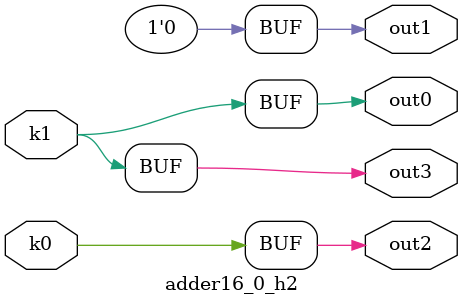
<source format=v>
module adder16_0(pi0, pi1, pi2, pi3, pi4, pi5, po0, po1, po2, po3);
input pi0, pi1, pi2, pi3, pi4, pi5;
output po0, po1, po2, po3;
wire k0, k1;
adder16_0_w2 DUT1 (pi0, pi1, pi2, pi3, pi4, pi5, k0, k1);
adder16_0_h2 DUT2 (k0, k1, po0, po1, po2, po3);
endmodule

module adder16_0_w2(in5, in4, in3, in2, in1, in0, k1, k0);
input in5, in4, in3, in2, in1, in0;
output k1, k0;
assign k0 =   (in5 & in2 & (in4 ^ in1)) | ((~in4 ^ in1) & (~in5 | ~in2));
assign k1 =   ~in5 ^ ~in2;
endmodule

module adder16_0_h2(k1, k0, out3, out2, out1, out0);
input k1, k0;
output out3, out2, out1, out0;
assign out0 = k1;
assign out1 = 0;
assign out2 = k0;
assign out3 = k1;
endmodule

</source>
